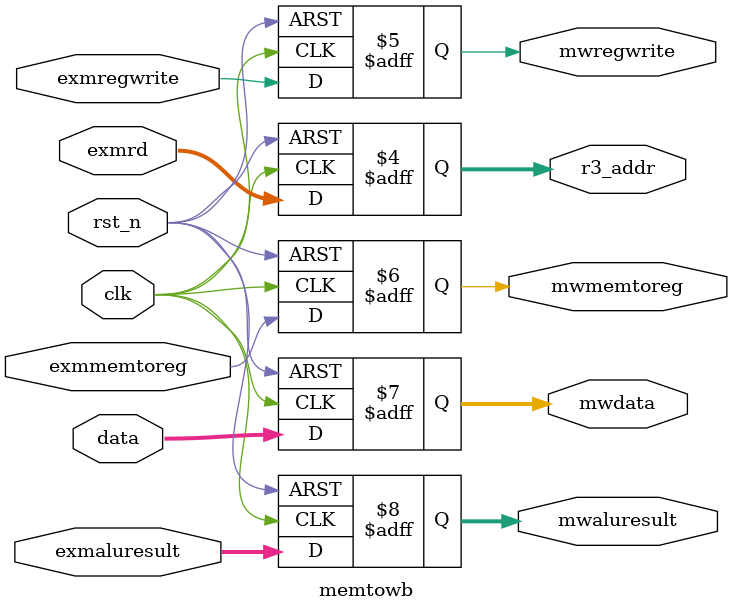
<source format=v>
`timescale 1ns / 1ps

module memtowb(
	input clk,
	input rst_n,
	input exmregwrite,
	input exmmemtoreg,
	input [31:0] exmaluresult,
	input [31:0] data,
	input [4:0] exmrd,
	
	output reg [4:0] r3_addr,
	output reg mwregwrite,
	output reg mwmemtoreg,
	output reg [31:0] mwdata,
	output reg [31:0] mwaluresult
    );

initial begin
	r3_addr=0;
	mwregwrite=0;
	mwmemtoreg=0;
	mwdata=0;
	mwaluresult=0;
end

always@(posedge clk or negedge rst_n)
begin
	if (~rst_n)begin
		r3_addr<=0;
		mwregwrite<=0;
		mwmemtoreg<=0;
		mwdata<=0;
		mwaluresult<=0;
	end
	else begin
		r3_addr<=exmrd;
		mwregwrite<=exmregwrite;
		mwmemtoreg<=exmmemtoreg;
		mwdata<=data;
		mwaluresult<=exmaluresult;
	end
end
endmodule

</source>
